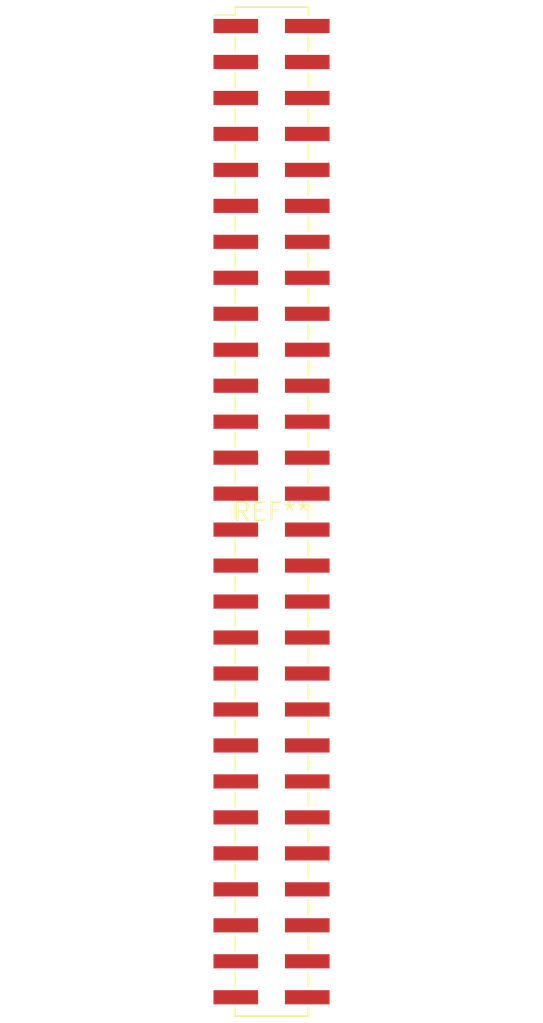
<source format=kicad_pcb>
(kicad_pcb (version 20240108) (generator pcbnew)
  (layers (0 "F.Cu" signal) (31 "B.Cu" signal) (34 "B.Paste" user) (35 "F.Paste" user) (36 "B.SilkS" user "B.Silkscreen") (37 "F.SilkS" user "F.Silkscreen") (38 "B.Mask" user) (39 "F.Mask" user) (44 "Edge.Cuts" user))
  (net 0 "")
  (footprint "PinHeader_2x28_P2.54mm_Vertical_SMD" (layer "F.Cu") (at 0 0)
    (property "Reference" "REF**")
    (property "Value" "PinHeader_2x28_P2.54mm_Vertical_SMD")
    (fp_line (start -4.04 -35.05) (end -2.6 -35.05) (layer "F.SilkS") (stroke (width 0.12)))
    (fp_line (start -2.6 -35.62) (end -2.6 -35.05) (layer "F.SilkS") (stroke (width 0.12)))
    (fp_line (start -2.6 -35.62) (end 2.6 -35.62) (layer "F.SilkS") (stroke (width 0.12)))
    (fp_line (start -2.6 -33.53) (end -2.6 -32.51) (layer "F.SilkS") (stroke (width 0.12)))
    (fp_line (start -2.6 -30.99) (end -2.6 -29.97) (layer "F.SilkS") (stroke (width 0.12)))
    (fp_line (start -2.6 -28.45) (end -2.6 -27.43) (layer "F.SilkS") (stroke (width 0.12)))
    (fp_line (start -2.6 -25.91) (end -2.6 -24.89) (layer "F.SilkS") (stroke (width 0.12)))
    (fp_line (start -2.6 -23.37) (end -2.6 -22.35) (layer "F.SilkS") (stroke (width 0.12)))
    (fp_line (start -2.6 -20.83) (end -2.6 -19.81) (layer "F.SilkS") (stroke (width 0.12)))
    (fp_line (start -2.6 -18.29) (end -2.6 -17.27) (layer "F.SilkS") (stroke (width 0.12)))
    (fp_line (start -2.6 -15.75) (end -2.6 -14.73) (layer "F.SilkS") (stroke (width 0.12)))
    (fp_line (start -2.6 -13.21) (end -2.6 -12.19) (layer "F.SilkS") (stroke (width 0.12)))
    (fp_line (start -2.6 -10.67) (end -2.6 -9.65) (layer "F.SilkS") (stroke (width 0.12)))
    (fp_line (start -2.6 -8.13) (end -2.6 -7.11) (layer "F.SilkS") (stroke (width 0.12)))
    (fp_line (start -2.6 -5.59) (end -2.6 -4.57) (layer "F.SilkS") (stroke (width 0.12)))
    (fp_line (start -2.6 -3.05) (end -2.6 -2.03) (layer "F.SilkS") (stroke (width 0.12)))
    (fp_line (start -2.6 -0.51) (end -2.6 0.51) (layer "F.SilkS") (stroke (width 0.12)))
    (fp_line (start -2.6 2.03) (end -2.6 3.05) (layer "F.SilkS") (stroke (width 0.12)))
    (fp_line (start -2.6 4.57) (end -2.6 5.59) (layer "F.SilkS") (stroke (width 0.12)))
    (fp_line (start -2.6 7.11) (end -2.6 8.13) (layer "F.SilkS") (stroke (width 0.12)))
    (fp_line (start -2.6 9.65) (end -2.6 10.67) (layer "F.SilkS") (stroke (width 0.12)))
    (fp_line (start -2.6 12.19) (end -2.6 13.21) (layer "F.SilkS") (stroke (width 0.12)))
    (fp_line (start -2.6 14.73) (end -2.6 15.75) (layer "F.SilkS") (stroke (width 0.12)))
    (fp_line (start -2.6 17.27) (end -2.6 18.29) (layer "F.SilkS") (stroke (width 0.12)))
    (fp_line (start -2.6 19.81) (end -2.6 20.83) (layer "F.SilkS") (stroke (width 0.12)))
    (fp_line (start -2.6 22.35) (end -2.6 23.37) (layer "F.SilkS") (stroke (width 0.12)))
    (fp_line (start -2.6 24.89) (end -2.6 25.91) (layer "F.SilkS") (stroke (width 0.12)))
    (fp_line (start -2.6 27.43) (end -2.6 28.45) (layer "F.SilkS") (stroke (width 0.12)))
    (fp_line (start -2.6 29.97) (end -2.6 30.99) (layer "F.SilkS") (stroke (width 0.12)))
    (fp_line (start -2.6 32.51) (end -2.6 33.53) (layer "F.SilkS") (stroke (width 0.12)))
    (fp_line (start -2.6 35.05) (end -2.6 35.62) (layer "F.SilkS") (stroke (width 0.12)))
    (fp_line (start -2.6 35.62) (end 2.6 35.62) (layer "F.SilkS") (stroke (width 0.12)))
    (fp_line (start 2.6 -35.62) (end 2.6 -35.05) (layer "F.SilkS") (stroke (width 0.12)))
    (fp_line (start 2.6 -33.53) (end 2.6 -32.51) (layer "F.SilkS") (stroke (width 0.12)))
    (fp_line (start 2.6 -30.99) (end 2.6 -29.97) (layer "F.SilkS") (stroke (width 0.12)))
    (fp_line (start 2.6 -28.45) (end 2.6 -27.43) (layer "F.SilkS") (stroke (width 0.12)))
    (fp_line (start 2.6 -25.91) (end 2.6 -24.89) (layer "F.SilkS") (stroke (width 0.12)))
    (fp_line (start 2.6 -23.37) (end 2.6 -22.35) (layer "F.SilkS") (stroke (width 0.12)))
    (fp_line (start 2.6 -20.83) (end 2.6 -19.81) (layer "F.SilkS") (stroke (width 0.12)))
    (fp_line (start 2.6 -18.29) (end 2.6 -17.27) (layer "F.SilkS") (stroke (width 0.12)))
    (fp_line (start 2.6 -15.75) (end 2.6 -14.73) (layer "F.SilkS") (stroke (width 0.12)))
    (fp_line (start 2.6 -13.21) (end 2.6 -12.19) (layer "F.SilkS") (stroke (width 0.12)))
    (fp_line (start 2.6 -10.67) (end 2.6 -9.65) (layer "F.SilkS") (stroke (width 0.12)))
    (fp_line (start 2.6 -8.13) (end 2.6 -7.11) (layer "F.SilkS") (stroke (width 0.12)))
    (fp_line (start 2.6 -5.59) (end 2.6 -4.57) (layer "F.SilkS") (stroke (width 0.12)))
    (fp_line (start 2.6 -3.05) (end 2.6 -2.03) (layer "F.SilkS") (stroke (width 0.12)))
    (fp_line (start 2.6 -0.51) (end 2.6 0.51) (layer "F.SilkS") (stroke (width 0.12)))
    (fp_line (start 2.6 2.03) (end 2.6 3.05) (layer "F.SilkS") (stroke (width 0.12)))
    (fp_line (start 2.6 4.57) (end 2.6 5.59) (layer "F.SilkS") (stroke (width 0.12)))
    (fp_line (start 2.6 7.11) (end 2.6 8.13) (layer "F.SilkS") (stroke (width 0.12)))
    (fp_line (start 2.6 9.65) (end 2.6 10.67) (layer "F.SilkS") (stroke (width 0.12)))
    (fp_line (start 2.6 12.19) (end 2.6 13.21) (layer "F.SilkS") (stroke (width 0.12)))
    (fp_line (start 2.6 14.73) (end 2.6 15.75) (layer "F.SilkS") (stroke (width 0.12)))
    (fp_line (start 2.6 17.27) (end 2.6 18.29) (layer "F.SilkS") (stroke (width 0.12)))
    (fp_line (start 2.6 19.81) (end 2.6 20.83) (layer "F.SilkS") (stroke (width 0.12)))
    (fp_line (start 2.6 22.35) (end 2.6 23.37) (layer "F.SilkS") (stroke (width 0.12)))
    (fp_line (start 2.6 24.89) (end 2.6 25.91) (layer "F.SilkS") (stroke (width 0.12)))
    (fp_line (start 2.6 27.43) (end 2.6 28.45) (layer "F.SilkS") (stroke (width 0.12)))
    (fp_line (start 2.6 29.97) (end 2.6 30.99) (layer "F.SilkS") (stroke (width 0.12)))
    (fp_line (start 2.6 32.51) (end 2.6 33.53) (layer "F.SilkS") (stroke (width 0.12)))
    (fp_line (start 2.6 35.05) (end 2.6 35.62) (layer "F.SilkS") (stroke (width 0.12)))
    (pad "1" smd rect (at -2.525 -34.29) (size 3.15 1) (layers "F.Cu" "F.Paste" "F.Mask"))
    (pad "2" smd rect (at 2.525 -34.29) (size 3.15 1) (layers "F.Cu" "F.Paste" "F.Mask"))
    (pad "3" smd rect (at -2.525 -31.75) (size 3.15 1) (layers "F.Cu" "F.Paste" "F.Mask"))
    (pad "4" smd rect (at 2.525 -31.75) (size 3.15 1) (layers "F.Cu" "F.Paste" "F.Mask"))
    (pad "5" smd rect (at -2.525 -29.21) (size 3.15 1) (layers "F.Cu" "F.Paste" "F.Mask"))
    (pad "6" smd rect (at 2.525 -29.21) (size 3.15 1) (layers "F.Cu" "F.Paste" "F.Mask"))
    (pad "7" smd rect (at -2.525 -26.67) (size 3.15 1) (layers "F.Cu" "F.Paste" "F.Mask"))
    (pad "8" smd rect (at 2.525 -26.67) (size 3.15 1) (layers "F.Cu" "F.Paste" "F.Mask"))
    (pad "9" smd rect (at -2.525 -24.13) (size 3.15 1) (layers "F.Cu" "F.Paste" "F.Mask"))
    (pad "10" smd rect (at 2.525 -24.13) (size 3.15 1) (layers "F.Cu" "F.Paste" "F.Mask"))
    (pad "11" smd rect (at -2.525 -21.59) (size 3.15 1) (layers "F.Cu" "F.Paste" "F.Mask"))
    (pad "12" smd rect (at 2.525 -21.59) (size 3.15 1) (layers "F.Cu" "F.Paste" "F.Mask"))
    (pad "13" smd rect (at -2.525 -19.05) (size 3.15 1) (layers "F.Cu" "F.Paste" "F.Mask"))
    (pad "14" smd rect (at 2.525 -19.05) (size 3.15 1) (layers "F.Cu" "F.Paste" "F.Mask"))
    (pad "15" smd rect (at -2.525 -16.51) (size 3.15 1) (layers "F.Cu" "F.Paste" "F.Mask"))
    (pad "16" smd rect (at 2.525 -16.51) (size 3.15 1) (layers "F.Cu" "F.Paste" "F.Mask"))
    (pad "17" smd rect (at -2.525 -13.97) (size 3.15 1) (layers "F.Cu" "F.Paste" "F.Mask"))
    (pad "18" smd rect (at 2.525 -13.97) (size 3.15 1) (layers "F.Cu" "F.Paste" "F.Mask"))
    (pad "19" smd rect (at -2.525 -11.43) (size 3.15 1) (layers "F.Cu" "F.Paste" "F.Mask"))
    (pad "20" smd rect (at 2.525 -11.43) (size 3.15 1) (layers "F.Cu" "F.Paste" "F.Mask"))
    (pad "21" smd rect (at -2.525 -8.89) (size 3.15 1) (layers "F.Cu" "F.Paste" "F.Mask"))
    (pad "22" smd rect (at 2.525 -8.89) (size 3.15 1) (layers "F.Cu" "F.Paste" "F.Mask"))
    (pad "23" smd rect (at -2.525 -6.35) (size 3.15 1) (layers "F.Cu" "F.Paste" "F.Mask"))
    (pad "24" smd rect (at 2.525 -6.35) (size 3.15 1) (layers "F.Cu" "F.Paste" "F.Mask"))
    (pad "25" smd rect (at -2.525 -3.81) (size 3.15 1) (layers "F.Cu" "F.Paste" "F.Mask"))
    (pad "26" smd rect (at 2.525 -3.81) (size 3.15 1) (layers "F.Cu" "F.Paste" "F.Mask"))
    (pad "27" smd rect (at -2.525 -1.27) (size 3.15 1) (layers "F.Cu" "F.Paste" "F.Mask"))
    (pad "28" smd rect (at 2.525 -1.27) (size 3.15 1) (layers "F.Cu" "F.Paste" "F.Mask"))
    (pad "29" smd rect (at -2.525 1.27) (size 3.15 1) (layers "F.Cu" "F.Paste" "F.Mask"))
    (pad "30" smd rect (at 2.525 1.27) (size 3.15 1) (layers "F.Cu" "F.Paste" "F.Mask"))
    (pad "31" smd rect (at -2.525 3.81) (size 3.15 1) (layers "F.Cu" "F.Paste" "F.Mask"))
    (pad "32" smd rect (at 2.525 3.81) (size 3.15 1) (layers "F.Cu" "F.Paste" "F.Mask"))
    (pad "33" smd rect (at -2.525 6.35) (size 3.15 1) (layers "F.Cu" "F.Paste" "F.Mask"))
    (pad "34" smd rect (at 2.525 6.35) (size 3.15 1) (layers "F.Cu" "F.Paste" "F.Mask"))
    (pad "35" smd rect (at -2.525 8.89) (size 3.15 1) (layers "F.Cu" "F.Paste" "F.Mask"))
    (pad "36" smd rect (at 2.525 8.89) (size 3.15 1) (layers "F.Cu" "F.Paste" "F.Mask"))
    (pad "37" smd rect (at -2.525 11.43) (size 3.15 1) (layers "F.Cu" "F.Paste" "F.Mask"))
    (pad "38" smd rect (at 2.525 11.43) (size 3.15 1) (layers "F.Cu" "F.Paste" "F.Mask"))
    (pad "39" smd rect (at -2.525 13.97) (size 3.15 1) (layers "F.Cu" "F.Paste" "F.Mask"))
    (pad "40" smd rect (at 2.525 13.97) (size 3.15 1) (layers "F.Cu" "F.Paste" "F.Mask"))
    (pad "41" smd rect (at -2.525 16.51) (size 3.15 1) (layers "F.Cu" "F.Paste" "F.Mask"))
    (pad "42" smd rect (at 2.525 16.51) (size 3.15 1) (layers "F.Cu" "F.Paste" "F.Mask"))
    (pad "43" smd rect (at -2.525 19.05) (size 3.15 1) (layers "F.Cu" "F.Paste" "F.Mask"))
    (pad "44" smd rect (at 2.525 19.05) (size 3.15 1) (layers "F.Cu" "F.Paste" "F.Mask"))
    (pad "45" smd rect (at -2.525 21.59) (size 3.15 1) (layers "F.Cu" "F.Paste" "F.Mask"))
    (pad "46" smd rect (at 2.525 21.59) (size 3.15 1) (layers "F.Cu" "F.Paste" "F.Mask"))
    (pad "47" smd rect (at -2.525 24.13) (size 3.15 1) (layers "F.Cu" "F.Paste" "F.Mask"))
    (pad "48" smd rect (at 2.525 24.13) (size 3.15 1) (layers "F.Cu" "F.Paste" "F.Mask"))
    (pad "49" smd rect (at -2.525 26.67) (size 3.15 1) (layers "F.Cu" "F.Paste" "F.Mask"))
    (pad "50" smd rect (at 2.525 26.67) (size 3.15 1) (layers "F.Cu" "F.Paste" "F.Mask"))
    (pad "51" smd rect (at -2.525 29.21) (size 3.15 1) (layers "F.Cu" "F.Paste" "F.Mask"))
    (pad "52" smd rect (at 2.525 29.21) (size 3.15 1) (layers "F.Cu" "F.Paste" "F.Mask"))
    (pad "53" smd rect (at -2.525 31.75) (size 3.15 1) (layers "F.Cu" "F.Paste" "F.Mask"))
    (pad "54" smd rect (at 2.525 31.75) (size 3.15 1) (layers "F.Cu" "F.Paste" "F.Mask"))
    (pad "55" smd rect (at -2.525 34.29) (size 3.15 1) (layers "F.Cu" "F.Paste" "F.Mask"))
    (pad "56" smd rect (at 2.525 34.29) (size 3.15 1) (layers "F.Cu" "F.Paste" "F.Mask"))
  )
)
</source>
